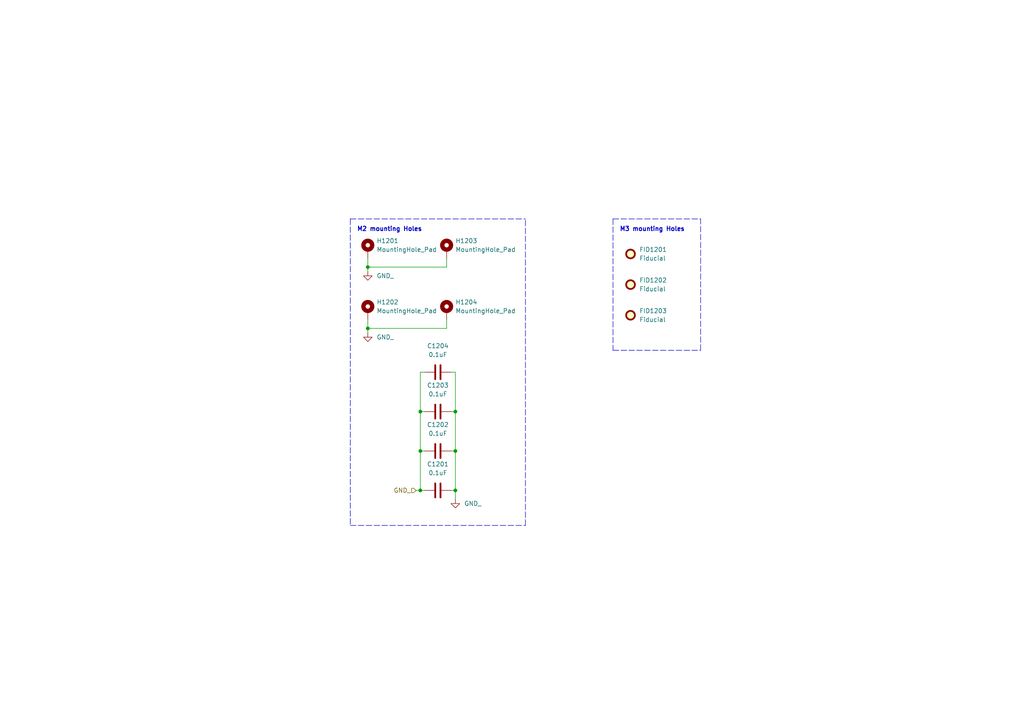
<source format=kicad_sch>
(kicad_sch
	(version 20250114)
	(generator "eeschema")
	(generator_version "9.0")
	(uuid "4fe266d9-038c-4ac4-8533-2a599fe4d84d")
	(paper "A4")
	(title_block
		(title "Power delivery Board")
		(date "2025-06-25")
		(rev "B")
		(comment 1 "the developed autonomous robot platform powered by LEGO Technic HUB and Rasberry Pi")
		(comment 2 "Design implemets a battery management system and power delivert for use with")
		(comment 3 "Distributed Open-source as: CC BY-SA 4.0")
	)
	(lib_symbols
		(symbol "Device:C"
			(pin_numbers
				(hide yes)
			)
			(pin_names
				(offset 0.254)
			)
			(exclude_from_sim no)
			(in_bom yes)
			(on_board yes)
			(property "Reference" "C"
				(at 0.635 2.54 0)
				(effects
					(font
						(size 1.27 1.27)
					)
					(justify left)
				)
			)
			(property "Value" "C"
				(at 0.635 -2.54 0)
				(effects
					(font
						(size 1.27 1.27)
					)
					(justify left)
				)
			)
			(property "Footprint" ""
				(at 0.9652 -3.81 0)
				(effects
					(font
						(size 1.27 1.27)
					)
					(hide yes)
				)
			)
			(property "Datasheet" "~"
				(at 0 0 0)
				(effects
					(font
						(size 1.27 1.27)
					)
					(hide yes)
				)
			)
			(property "Description" "Unpolarized capacitor"
				(at 0 0 0)
				(effects
					(font
						(size 1.27 1.27)
					)
					(hide yes)
				)
			)
			(property "ki_keywords" "cap capacitor"
				(at 0 0 0)
				(effects
					(font
						(size 1.27 1.27)
					)
					(hide yes)
				)
			)
			(property "ki_fp_filters" "C_*"
				(at 0 0 0)
				(effects
					(font
						(size 1.27 1.27)
					)
					(hide yes)
				)
			)
			(symbol "C_0_1"
				(polyline
					(pts
						(xy -2.032 0.762) (xy 2.032 0.762)
					)
					(stroke
						(width 0.508)
						(type default)
					)
					(fill
						(type none)
					)
				)
				(polyline
					(pts
						(xy -2.032 -0.762) (xy 2.032 -0.762)
					)
					(stroke
						(width 0.508)
						(type default)
					)
					(fill
						(type none)
					)
				)
			)
			(symbol "C_1_1"
				(pin passive line
					(at 0 3.81 270)
					(length 2.794)
					(name "~"
						(effects
							(font
								(size 1.27 1.27)
							)
						)
					)
					(number "1"
						(effects
							(font
								(size 1.27 1.27)
							)
						)
					)
				)
				(pin passive line
					(at 0 -3.81 90)
					(length 2.794)
					(name "~"
						(effects
							(font
								(size 1.27 1.27)
							)
						)
					)
					(number "2"
						(effects
							(font
								(size 1.27 1.27)
							)
						)
					)
				)
			)
			(embedded_fonts no)
		)
		(symbol "Mechanical:Fiducial"
			(exclude_from_sim no)
			(in_bom yes)
			(on_board yes)
			(property "Reference" "FID"
				(at 0 5.08 0)
				(effects
					(font
						(size 1.27 1.27)
					)
				)
			)
			(property "Value" "Fiducial"
				(at 0 3.175 0)
				(effects
					(font
						(size 1.27 1.27)
					)
				)
			)
			(property "Footprint" ""
				(at 0 0 0)
				(effects
					(font
						(size 1.27 1.27)
					)
					(hide yes)
				)
			)
			(property "Datasheet" "~"
				(at 0 0 0)
				(effects
					(font
						(size 1.27 1.27)
					)
					(hide yes)
				)
			)
			(property "Description" "Fiducial Marker"
				(at 0 0 0)
				(effects
					(font
						(size 1.27 1.27)
					)
					(hide yes)
				)
			)
			(property "ki_keywords" "fiducial marker"
				(at 0 0 0)
				(effects
					(font
						(size 1.27 1.27)
					)
					(hide yes)
				)
			)
			(property "ki_fp_filters" "Fiducial*"
				(at 0 0 0)
				(effects
					(font
						(size 1.27 1.27)
					)
					(hide yes)
				)
			)
			(symbol "Fiducial_0_1"
				(circle
					(center 0 0)
					(radius 1.27)
					(stroke
						(width 0.508)
						(type default)
					)
					(fill
						(type background)
					)
				)
			)
			(embedded_fonts no)
		)
		(symbol "Mechanical:MountingHole_Pad"
			(pin_numbers
				(hide yes)
			)
			(pin_names
				(offset 1.016)
				(hide yes)
			)
			(exclude_from_sim no)
			(in_bom yes)
			(on_board yes)
			(property "Reference" "H"
				(at 0 6.35 0)
				(effects
					(font
						(size 1.27 1.27)
					)
				)
			)
			(property "Value" "MountingHole_Pad"
				(at 0 4.445 0)
				(effects
					(font
						(size 1.27 1.27)
					)
				)
			)
			(property "Footprint" ""
				(at 0 0 0)
				(effects
					(font
						(size 1.27 1.27)
					)
					(hide yes)
				)
			)
			(property "Datasheet" "~"
				(at 0 0 0)
				(effects
					(font
						(size 1.27 1.27)
					)
					(hide yes)
				)
			)
			(property "Description" "Mounting Hole with connection"
				(at 0 0 0)
				(effects
					(font
						(size 1.27 1.27)
					)
					(hide yes)
				)
			)
			(property "ki_keywords" "mounting hole"
				(at 0 0 0)
				(effects
					(font
						(size 1.27 1.27)
					)
					(hide yes)
				)
			)
			(property "ki_fp_filters" "MountingHole*Pad*"
				(at 0 0 0)
				(effects
					(font
						(size 1.27 1.27)
					)
					(hide yes)
				)
			)
			(symbol "MountingHole_Pad_0_1"
				(circle
					(center 0 1.27)
					(radius 1.27)
					(stroke
						(width 1.27)
						(type default)
					)
					(fill
						(type none)
					)
				)
			)
			(symbol "MountingHole_Pad_1_1"
				(pin input line
					(at 0 -2.54 90)
					(length 2.54)
					(name "1"
						(effects
							(font
								(size 1.27 1.27)
							)
						)
					)
					(number "1"
						(effects
							(font
								(size 1.27 1.27)
							)
						)
					)
				)
			)
			(embedded_fonts no)
		)
		(symbol "power:GND"
			(power)
			(pin_names
				(offset 0)
			)
			(exclude_from_sim no)
			(in_bom yes)
			(on_board yes)
			(property "Reference" "#PWR"
				(at 0 -6.35 0)
				(effects
					(font
						(size 1.27 1.27)
					)
					(hide yes)
				)
			)
			(property "Value" "GND"
				(at 0 -3.81 0)
				(effects
					(font
						(size 1.27 1.27)
					)
				)
			)
			(property "Footprint" ""
				(at 0 0 0)
				(effects
					(font
						(size 1.27 1.27)
					)
					(hide yes)
				)
			)
			(property "Datasheet" ""
				(at 0 0 0)
				(effects
					(font
						(size 1.27 1.27)
					)
					(hide yes)
				)
			)
			(property "Description" "Power symbol creates a global label with name \"GND\" , ground"
				(at 0 0 0)
				(effects
					(font
						(size 1.27 1.27)
					)
					(hide yes)
				)
			)
			(property "ki_keywords" "power-flag"
				(at 0 0 0)
				(effects
					(font
						(size 1.27 1.27)
					)
					(hide yes)
				)
			)
			(symbol "GND_0_1"
				(polyline
					(pts
						(xy 0 0) (xy 0 -1.27) (xy 1.27 -1.27) (xy 0 -2.54) (xy -1.27 -1.27) (xy 0 -1.27)
					)
					(stroke
						(width 0)
						(type default)
					)
					(fill
						(type none)
					)
				)
			)
			(symbol "GND_1_1"
				(pin power_in line
					(at 0 0 270)
					(length 0)
					(hide yes)
					(name "GND"
						(effects
							(font
								(size 1.27 1.27)
							)
						)
					)
					(number "1"
						(effects
							(font
								(size 1.27 1.27)
							)
						)
					)
				)
			)
			(embedded_fonts no)
		)
	)
	(text "M2 mounting Holes"
		(exclude_from_sim no)
		(at 103.505 67.31 0)
		(effects
			(font
				(size 1.27 1.27)
				(bold yes)
			)
			(justify left bottom)
		)
		(uuid "04769892-df10-480e-8d20-7382676dadc1")
	)
	(text "M3 mounting Holes"
		(exclude_from_sim no)
		(at 179.705 67.31 0)
		(effects
			(font
				(size 1.27 1.27)
				(bold yes)
			)
			(justify left bottom)
		)
		(uuid "597fd047-2691-434c-9c7e-fb646d42cd84")
	)
	(junction
		(at 121.92 142.24)
		(diameter 0)
		(color 0 0 0 0)
		(uuid "00daf18d-3827-4ba2-a134-3bbacd8b189a")
	)
	(junction
		(at 106.68 77.47)
		(diameter 0)
		(color 0 0 0 0)
		(uuid "544045e6-d7a7-42b6-bd53-a154f3c3b55b")
	)
	(junction
		(at 132.08 130.81)
		(diameter 0)
		(color 0 0 0 0)
		(uuid "6cf66172-0042-44a0-978d-c43371a23197")
	)
	(junction
		(at 121.92 119.38)
		(diameter 0)
		(color 0 0 0 0)
		(uuid "893c762f-b4fd-409a-8686-be37075fb662")
	)
	(junction
		(at 106.68 95.25)
		(diameter 0)
		(color 0 0 0 0)
		(uuid "abbfe4d9-89ad-4b83-8c13-4bf049f098b3")
	)
	(junction
		(at 121.92 130.81)
		(diameter 0)
		(color 0 0 0 0)
		(uuid "b51761fa-6196-47f0-a9d8-193035a5fe0e")
	)
	(junction
		(at 132.08 142.24)
		(diameter 0)
		(color 0 0 0 0)
		(uuid "c194defc-2d1d-4bb6-82e9-e38a39442294")
	)
	(junction
		(at 132.08 119.38)
		(diameter 0)
		(color 0 0 0 0)
		(uuid "e192c707-5451-4595-b8e4-9c5b708048e6")
	)
	(wire
		(pts
			(xy 121.92 130.81) (xy 123.19 130.81)
		)
		(stroke
			(width 0)
			(type default)
		)
		(uuid "0172c85c-2a31-4bf7-b222-b70291bef26c")
	)
	(wire
		(pts
			(xy 106.68 77.47) (xy 129.54 77.47)
		)
		(stroke
			(width 0)
			(type default)
		)
		(uuid "0f9d6068-b462-47c2-91db-644f5782970e")
	)
	(wire
		(pts
			(xy 129.54 74.93) (xy 129.54 77.47)
		)
		(stroke
			(width 0)
			(type default)
		)
		(uuid "118f8ea7-9ba4-40bb-816b-e72a69622446")
	)
	(wire
		(pts
			(xy 132.08 142.24) (xy 132.08 130.81)
		)
		(stroke
			(width 0)
			(type default)
		)
		(uuid "119355b3-47de-4cd5-b846-4091efc3b252")
	)
	(wire
		(pts
			(xy 132.08 142.24) (xy 130.81 142.24)
		)
		(stroke
			(width 0)
			(type default)
		)
		(uuid "16244609-012f-48c7-b6c6-8a05530f3d84")
	)
	(polyline
		(pts
			(xy 177.8 63.5) (xy 203.2 63.5)
		)
		(stroke
			(width 0)
			(type dash)
		)
		(uuid "172d43b3-369b-4bca-a805-608cb45f2c3b")
	)
	(wire
		(pts
			(xy 132.08 142.24) (xy 132.08 144.78)
		)
		(stroke
			(width 0)
			(type default)
		)
		(uuid "29dd14b4-2f9e-473f-becd-d500628cab1a")
	)
	(wire
		(pts
			(xy 121.92 130.81) (xy 121.92 142.24)
		)
		(stroke
			(width 0)
			(type default)
		)
		(uuid "30d7e6c6-1c36-4497-8fbc-842e56d0f008")
	)
	(wire
		(pts
			(xy 120.65 142.24) (xy 121.92 142.24)
		)
		(stroke
			(width 0)
			(type default)
		)
		(uuid "31b9e68b-8c61-4cf6-a7c2-0604f202c2a9")
	)
	(wire
		(pts
			(xy 106.68 77.47) (xy 106.68 78.74)
		)
		(stroke
			(width 0)
			(type default)
		)
		(uuid "3c4bd0b6-2829-4b19-8a3b-afbd59d90d59")
	)
	(polyline
		(pts
			(xy 101.6 63.5) (xy 101.6 152.4)
		)
		(stroke
			(width 0)
			(type dash)
		)
		(uuid "42704fae-7016-472d-b2ff-986ea77ec110")
	)
	(wire
		(pts
			(xy 106.68 95.25) (xy 129.54 95.25)
		)
		(stroke
			(width 0)
			(type default)
		)
		(uuid "497c78f6-9074-4c9d-9524-bfced0455cbb")
	)
	(wire
		(pts
			(xy 132.08 119.38) (xy 132.08 107.95)
		)
		(stroke
			(width 0)
			(type default)
		)
		(uuid "4a8de660-0134-40a5-a6fe-a4b6f7bd0571")
	)
	(polyline
		(pts
			(xy 177.8 63.5) (xy 177.8 101.6)
		)
		(stroke
			(width 0)
			(type dash)
		)
		(uuid "4c0a2a8a-de39-4bef-b884-bbb4ec81f65b")
	)
	(wire
		(pts
			(xy 130.81 119.38) (xy 132.08 119.38)
		)
		(stroke
			(width 0)
			(type default)
		)
		(uuid "4d79e1f4-d4a3-432b-9840-34bdf7b265ae")
	)
	(wire
		(pts
			(xy 106.68 74.93) (xy 106.68 77.47)
		)
		(stroke
			(width 0)
			(type default)
		)
		(uuid "5bd5d864-4e4f-41a8-9fc7-47a134bfacf3")
	)
	(polyline
		(pts
			(xy 152.4 152.4) (xy 152.4 63.5)
		)
		(stroke
			(width 0)
			(type dash)
		)
		(uuid "5e0e4b91-cb04-4810-bc6d-d685be6b6ea1")
	)
	(wire
		(pts
			(xy 129.54 92.71) (xy 129.54 95.25)
		)
		(stroke
			(width 0)
			(type default)
		)
		(uuid "6031c52c-c634-4222-b5bb-319bf6c3f083")
	)
	(wire
		(pts
			(xy 121.92 119.38) (xy 121.92 130.81)
		)
		(stroke
			(width 0)
			(type default)
		)
		(uuid "74bae422-6c2e-4d71-8626-cb3a710016d4")
	)
	(polyline
		(pts
			(xy 177.8 101.6) (xy 203.2 101.6)
		)
		(stroke
			(width 0)
			(type dash)
		)
		(uuid "87a501b9-1261-40b4-999c-c6e05324df6b")
	)
	(wire
		(pts
			(xy 121.92 107.95) (xy 121.92 119.38)
		)
		(stroke
			(width 0)
			(type default)
		)
		(uuid "8e94da2e-ddfc-4dfb-ac56-24e00568611e")
	)
	(wire
		(pts
			(xy 106.68 95.25) (xy 106.68 96.52)
		)
		(stroke
			(width 0)
			(type default)
		)
		(uuid "8fd0fdc2-0c05-4a1d-bb2e-e8a12e6f6544")
	)
	(wire
		(pts
			(xy 123.19 107.95) (xy 121.92 107.95)
		)
		(stroke
			(width 0)
			(type default)
		)
		(uuid "a730124d-331f-4839-9d8b-66e091d9b632")
	)
	(polyline
		(pts
			(xy 101.6 63.5) (xy 152.4 63.5)
		)
		(stroke
			(width 0)
			(type dash)
		)
		(uuid "a8575ef8-3d0f-45fa-8156-2c0e6bf5b9b0")
	)
	(polyline
		(pts
			(xy 203.2 101.6) (xy 203.2 63.5)
		)
		(stroke
			(width 0)
			(type dash)
		)
		(uuid "b23ad350-4f4c-464c-8139-86c7be8b4b04")
	)
	(wire
		(pts
			(xy 121.92 119.38) (xy 123.19 119.38)
		)
		(stroke
			(width 0)
			(type default)
		)
		(uuid "b389db63-6cb4-419e-a501-c8e5903de109")
	)
	(wire
		(pts
			(xy 121.92 142.24) (xy 123.19 142.24)
		)
		(stroke
			(width 0)
			(type default)
		)
		(uuid "c8999991-00b4-4db2-a5ff-4ce09dddc262")
	)
	(wire
		(pts
			(xy 106.68 92.71) (xy 106.68 95.25)
		)
		(stroke
			(width 0)
			(type default)
		)
		(uuid "cb417a21-c343-4e3b-b009-a4fd17c425f2")
	)
	(wire
		(pts
			(xy 132.08 130.81) (xy 132.08 119.38)
		)
		(stroke
			(width 0)
			(type default)
		)
		(uuid "d90130ab-fd46-489e-8858-a0d62cdd29a5")
	)
	(wire
		(pts
			(xy 132.08 107.95) (xy 130.81 107.95)
		)
		(stroke
			(width 0)
			(type default)
		)
		(uuid "f4115b19-176b-482e-8b36-7ca78cc431b1")
	)
	(polyline
		(pts
			(xy 101.6 152.4) (xy 152.4 152.4)
		)
		(stroke
			(width 0)
			(type dash)
		)
		(uuid "f69ff9d9-aebd-4799-8401-88643419be18")
	)
	(wire
		(pts
			(xy 130.81 130.81) (xy 132.08 130.81)
		)
		(stroke
			(width 0)
			(type default)
		)
		(uuid "fb3fb5d1-06a3-41a0-86a9-789f463763d0")
	)
	(hierarchical_label "GND_${SHEETNAME}"
		(shape input)
		(at 120.65 142.24 180)
		(effects
			(font
				(size 1.27 1.27)
			)
			(justify right)
		)
		(uuid "8023b353-4404-41fd-870b-621e51c98e71")
	)
	(symbol
		(lib_id "Mechanical:MountingHole_Pad")
		(at 106.68 72.39 0)
		(unit 1)
		(exclude_from_sim no)
		(in_bom yes)
		(on_board yes)
		(dnp no)
		(fields_autoplaced yes)
		(uuid "0166e9e0-3446-4d8e-b06e-907b1cbddd1c")
		(property "Reference" "H1201"
			(at 109.22 69.8499 0)
			(effects
				(font
					(size 1.27 1.27)
				)
				(justify left)
			)
		)
		(property "Value" "MountingHole_Pad"
			(at 109.22 72.3899 0)
			(effects
				(font
					(size 1.27 1.27)
				)
				(justify left)
			)
		)
		(property "Footprint" "MountingHole:MountingHole_2.2mm_M2_Pad_Via"
			(at 106.68 72.39 0)
			(effects
				(font
					(size 1.27 1.27)
				)
				(hide yes)
			)
		)
		(property "Datasheet" "~"
			(at 106.68 72.39 0)
			(effects
				(font
					(size 1.27 1.27)
				)
				(hide yes)
			)
		)
		(property "Description" ""
			(at 106.68 72.39 0)
			(effects
				(font
					(size 1.27 1.27)
				)
				(hide yes)
			)
		)
		(property "AVAILABILITY" ""
			(at 106.68 72.39 0)
			(effects
				(font
					(size 1.27 1.27)
				)
			)
		)
		(property "DATASHEET-URL" ""
			(at 106.68 72.39 0)
			(effects
				(font
					(size 1.27 1.27)
				)
			)
		)
		(property "DESCRIPTION" ""
			(at 106.68 72.39 0)
			(effects
				(font
					(size 1.27 1.27)
				)
			)
		)
		(property "DIGI-KEY_PART_NUMBER" ""
			(at 106.68 72.39 0)
			(effects
				(font
					(size 1.27 1.27)
				)
			)
		)
		(property "DIGI-KEY_PURCHASE_URL" ""
			(at 106.68 72.39 0)
			(effects
				(font
					(size 1.27 1.27)
				)
			)
		)
		(property "IR-UL" ""
			(at 106.68 72.39 0)
			(effects
				(font
					(size 1.27 1.27)
				)
			)
		)
		(property "MOUNT" ""
			(at 106.68 72.39 0)
			(effects
				(font
					(size 1.27 1.27)
				)
			)
		)
		(property "PACKAGE" ""
			(at 106.68 72.39 0)
			(effects
				(font
					(size 1.27 1.27)
				)
			)
		)
		(property "PART-NUMBER" ""
			(at 106.68 72.39 0)
			(effects
				(font
					(size 1.27 1.27)
				)
			)
		)
		(property "PINS" ""
			(at 106.68 72.39 0)
			(effects
				(font
					(size 1.27 1.27)
				)
			)
		)
		(property "PITCH" ""
			(at 106.68 72.39 0)
			(effects
				(font
					(size 1.27 1.27)
				)
			)
		)
		(property "PRICE" ""
			(at 106.68 72.39 0)
			(effects
				(font
					(size 1.27 1.27)
				)
			)
		)
		(property "PURCHASE-URL" ""
			(at 106.68 72.39 0)
			(effects
				(font
					(size 1.27 1.27)
				)
			)
		)
		(property "Purchase-URL" ""
			(at 106.68 72.39 0)
			(effects
				(font
					(size 1.27 1.27)
				)
			)
		)
		(property "Specifications" ""
			(at 106.68 72.39 0)
			(effects
				(font
					(size 1.27 1.27)
				)
			)
		)
		(property "TYPE" ""
			(at 106.68 72.39 0)
			(effects
				(font
					(size 1.27 1.27)
				)
			)
		)
		(property "VALUE" ""
			(at 106.68 72.39 0)
			(effects
				(font
					(size 1.27 1.27)
				)
			)
		)
		(property "WIRE" ""
			(at 106.68 72.39 0)
			(effects
				(font
					(size 1.27 1.27)
				)
			)
		)
		(property "WORKING-VOLTAGE-UL" ""
			(at 106.68 72.39 0)
			(effects
				(font
					(size 1.27 1.27)
				)
			)
		)
		(pin "1"
			(uuid "211fd1f2-a149-4a2c-b0a8-f85515b9dbaa")
		)
		(instances
			(project "ROSCM4"
				(path "/383a69bc-2dc9-4445-8213-92315a13784a/141bcc62-cd54-40dc-884e-e87fb0c602a6"
					(reference "H1201")
					(unit 1)
				)
			)
		)
	)
	(symbol
		(lib_id "Device:C")
		(at 127 130.81 90)
		(unit 1)
		(exclude_from_sim no)
		(in_bom yes)
		(on_board yes)
		(dnp no)
		(fields_autoplaced yes)
		(uuid "030b7d7b-d865-4c45-bdb6-6ee7746ce930")
		(property "Reference" "C1202"
			(at 127 123.19 90)
			(effects
				(font
					(size 1.27 1.27)
				)
			)
		)
		(property "Value" "0.1uF"
			(at 127 125.73 90)
			(effects
				(font
					(size 1.27 1.27)
				)
			)
		)
		(property "Footprint" "Capacitor_SMD:C_0402_1005Metric"
			(at 130.81 129.8448 0)
			(effects
				(font
					(size 1.27 1.27)
				)
				(hide yes)
			)
		)
		(property "Datasheet" "~"
			(at 127 130.81 0)
			(effects
				(font
					(size 1.27 1.27)
				)
				(hide yes)
			)
		)
		(property "Description" ""
			(at 127 130.81 0)
			(effects
				(font
					(size 1.27 1.27)
				)
				(hide yes)
			)
		)
		(property "AVAILABILITY" ""
			(at 127 130.81 0)
			(effects
				(font
					(size 1.27 1.27)
				)
			)
		)
		(property "DATASHEET-URL" ""
			(at 127 130.81 0)
			(effects
				(font
					(size 1.27 1.27)
				)
			)
		)
		(property "DESCRIPTION" ""
			(at 127 130.81 0)
			(effects
				(font
					(size 1.27 1.27)
				)
			)
		)
		(property "DIGI-KEY_PART_NUMBER" ""
			(at 127 130.81 0)
			(effects
				(font
					(size 1.27 1.27)
				)
			)
		)
		(property "DIGI-KEY_PURCHASE_URL" ""
			(at 127 130.81 0)
			(effects
				(font
					(size 1.27 1.27)
				)
			)
		)
		(property "IR-UL" ""
			(at 127 130.81 0)
			(effects
				(font
					(size 1.27 1.27)
				)
			)
		)
		(property "MOUNT" ""
			(at 127 130.81 0)
			(effects
				(font
					(size 1.27 1.27)
				)
			)
		)
		(property "PACKAGE" ""
			(at 127 130.81 0)
			(effects
				(font
					(size 1.27 1.27)
				)
			)
		)
		(property "PART-NUMBER" ""
			(at 127 130.81 0)
			(effects
				(font
					(size 1.27 1.27)
				)
			)
		)
		(property "PINS" ""
			(at 127 130.81 0)
			(effects
				(font
					(size 1.27 1.27)
				)
			)
		)
		(property "PITCH" ""
			(at 127 130.81 0)
			(effects
				(font
					(size 1.27 1.27)
				)
			)
		)
		(property "PRICE" ""
			(at 127 130.81 0)
			(effects
				(font
					(size 1.27 1.27)
				)
			)
		)
		(property "PURCHASE-URL" ""
			(at 127 130.81 0)
			(effects
				(font
					(size 1.27 1.27)
				)
			)
		)
		(property "Purchase-URL" ""
			(at 127 130.81 0)
			(effects
				(font
					(size 1.27 1.27)
				)
			)
		)
		(property "Specifications" ""
			(at 127 130.81 0)
			(effects
				(font
					(size 1.27 1.27)
				)
			)
		)
		(property "TYPE" ""
			(at 127 130.81 0)
			(effects
				(font
					(size 1.27 1.27)
				)
			)
		)
		(property "VALUE" ""
			(at 127 130.81 0)
			(effects
				(font
					(size 1.27 1.27)
				)
			)
		)
		(property "WIRE" ""
			(at 127 130.81 0)
			(effects
				(font
					(size 1.27 1.27)
				)
			)
		)
		(property "WORKING-VOLTAGE-UL" ""
			(at 127 130.81 0)
			(effects
				(font
					(size 1.27 1.27)
				)
			)
		)
		(pin "1"
			(uuid "11bde10e-3c52-4f5a-be2b-c25e93cfc9ed")
		)
		(pin "2"
			(uuid "f6d4cb42-3ace-4ce8-8090-71e31d4e807c")
		)
		(instances
			(project "ROSCM4"
				(path "/383a69bc-2dc9-4445-8213-92315a13784a/141bcc62-cd54-40dc-884e-e87fb0c602a6"
					(reference "C1202")
					(unit 1)
				)
			)
		)
	)
	(symbol
		(lib_id "power:GND")
		(at 106.68 96.52 0)
		(unit 1)
		(exclude_from_sim no)
		(in_bom yes)
		(on_board yes)
		(dnp no)
		(fields_autoplaced yes)
		(uuid "0fe99031-dca4-4f20-a723-8775c8419567")
		(property "Reference" "#PWR01202"
			(at 106.68 102.87 0)
			(effects
				(font
					(size 1.27 1.27)
				)
				(hide yes)
			)
		)
		(property "Value" "GND_${SHEETNAME}"
			(at 109.22 97.7899 0)
			(effects
				(font
					(size 1.27 1.27)
				)
				(justify left)
			)
		)
		(property "Footprint" ""
			(at 106.68 96.52 0)
			(effects
				(font
					(size 1.27 1.27)
				)
				(hide yes)
			)
		)
		(property "Datasheet" ""
			(at 106.68 96.52 0)
			(effects
				(font
					(size 1.27 1.27)
				)
				(hide yes)
			)
		)
		(property "Description" ""
			(at 106.68 96.52 0)
			(effects
				(font
					(size 1.27 1.27)
				)
				(hide yes)
			)
		)
		(pin "1"
			(uuid "386ea0b6-fbde-47f3-9aec-0c1ce79a7eba")
		)
		(instances
			(project "ROSCM4"
				(path "/383a69bc-2dc9-4445-8213-92315a13784a/141bcc62-cd54-40dc-884e-e87fb0c602a6"
					(reference "#PWR01202")
					(unit 1)
				)
			)
		)
	)
	(symbol
		(lib_id "Device:C")
		(at 127 142.24 90)
		(unit 1)
		(exclude_from_sim no)
		(in_bom yes)
		(on_board yes)
		(dnp no)
		(fields_autoplaced yes)
		(uuid "2296a6f6-6e0a-4427-b466-316803f4aaa7")
		(property "Reference" "C1201"
			(at 127 134.62 90)
			(effects
				(font
					(size 1.27 1.27)
				)
			)
		)
		(property "Value" "0.1uF"
			(at 127 137.16 90)
			(effects
				(font
					(size 1.27 1.27)
				)
			)
		)
		(property "Footprint" "Capacitor_SMD:C_0402_1005Metric"
			(at 130.81 141.2748 0)
			(effects
				(font
					(size 1.27 1.27)
				)
				(hide yes)
			)
		)
		(property "Datasheet" "~"
			(at 127 142.24 0)
			(effects
				(font
					(size 1.27 1.27)
				)
				(hide yes)
			)
		)
		(property "Description" ""
			(at 127 142.24 0)
			(effects
				(font
					(size 1.27 1.27)
				)
				(hide yes)
			)
		)
		(property "AVAILABILITY" ""
			(at 127 142.24 0)
			(effects
				(font
					(size 1.27 1.27)
				)
			)
		)
		(property "DATASHEET-URL" ""
			(at 127 142.24 0)
			(effects
				(font
					(size 1.27 1.27)
				)
			)
		)
		(property "DESCRIPTION" ""
			(at 127 142.24 0)
			(effects
				(font
					(size 1.27 1.27)
				)
			)
		)
		(property "DIGI-KEY_PART_NUMBER" ""
			(at 127 142.24 0)
			(effects
				(font
					(size 1.27 1.27)
				)
			)
		)
		(property "DIGI-KEY_PURCHASE_URL" ""
			(at 127 142.24 0)
			(effects
				(font
					(size 1.27 1.27)
				)
			)
		)
		(property "IR-UL" ""
			(at 127 142.24 0)
			(effects
				(font
					(size 1.27 1.27)
				)
			)
		)
		(property "MOUNT" ""
			(at 127 142.24 0)
			(effects
				(font
					(size 1.27 1.27)
				)
			)
		)
		(property "PACKAGE" ""
			(at 127 142.24 0)
			(effects
				(font
					(size 1.27 1.27)
				)
			)
		)
		(property "PART-NUMBER" ""
			(at 127 142.24 0)
			(effects
				(font
					(size 1.27 1.27)
				)
			)
		)
		(property "PINS" ""
			(at 127 142.24 0)
			(effects
				(font
					(size 1.27 1.27)
				)
			)
		)
		(property "PITCH" ""
			(at 127 142.24 0)
			(effects
				(font
					(size 1.27 1.27)
				)
			)
		)
		(property "PRICE" ""
			(at 127 142.24 0)
			(effects
				(font
					(size 1.27 1.27)
				)
			)
		)
		(property "PURCHASE-URL" ""
			(at 127 142.24 0)
			(effects
				(font
					(size 1.27 1.27)
				)
			)
		)
		(property "Purchase-URL" ""
			(at 127 142.24 0)
			(effects
				(font
					(size 1.27 1.27)
				)
			)
		)
		(property "Specifications" ""
			(at 127 142.24 0)
			(effects
				(font
					(size 1.27 1.27)
				)
			)
		)
		(property "TYPE" ""
			(at 127 142.24 0)
			(effects
				(font
					(size 1.27 1.27)
				)
			)
		)
		(property "VALUE" ""
			(at 127 142.24 0)
			(effects
				(font
					(size 1.27 1.27)
				)
			)
		)
		(property "WIRE" ""
			(at 127 142.24 0)
			(effects
				(font
					(size 1.27 1.27)
				)
			)
		)
		(property "WORKING-VOLTAGE-UL" ""
			(at 127 142.24 0)
			(effects
				(font
					(size 1.27 1.27)
				)
			)
		)
		(pin "1"
			(uuid "6bf9da86-2679-49f9-b35d-f43089e7dc2e")
		)
		(pin "2"
			(uuid "6b9ef780-2e77-4a2e-818a-1c5eba8bc43b")
		)
		(instances
			(project "ROSCM4"
				(path "/383a69bc-2dc9-4445-8213-92315a13784a/141bcc62-cd54-40dc-884e-e87fb0c602a6"
					(reference "C1201")
					(unit 1)
				)
			)
		)
	)
	(symbol
		(lib_id "power:GND")
		(at 132.08 144.78 0)
		(unit 1)
		(exclude_from_sim no)
		(in_bom yes)
		(on_board yes)
		(dnp no)
		(fields_autoplaced yes)
		(uuid "2ba2ce03-2236-482f-947a-9129f587adb8")
		(property "Reference" "#PWR01203"
			(at 132.08 151.13 0)
			(effects
				(font
					(size 1.27 1.27)
				)
				(hide yes)
			)
		)
		(property "Value" "GND_${SHEETNAME}"
			(at 134.62 146.0499 0)
			(effects
				(font
					(size 1.27 1.27)
				)
				(justify left)
			)
		)
		(property "Footprint" ""
			(at 132.08 144.78 0)
			(effects
				(font
					(size 1.27 1.27)
				)
				(hide yes)
			)
		)
		(property "Datasheet" ""
			(at 132.08 144.78 0)
			(effects
				(font
					(size 1.27 1.27)
				)
				(hide yes)
			)
		)
		(property "Description" ""
			(at 132.08 144.78 0)
			(effects
				(font
					(size 1.27 1.27)
				)
				(hide yes)
			)
		)
		(pin "1"
			(uuid "030ccd57-6cd9-4f9c-8846-61d2d5adf261")
		)
		(instances
			(project "ROSCM4"
				(path "/383a69bc-2dc9-4445-8213-92315a13784a/141bcc62-cd54-40dc-884e-e87fb0c602a6"
					(reference "#PWR01203")
					(unit 1)
				)
			)
		)
	)
	(symbol
		(lib_id "Mechanical:Fiducial")
		(at 182.88 73.66 0)
		(unit 1)
		(exclude_from_sim no)
		(in_bom yes)
		(on_board yes)
		(dnp no)
		(fields_autoplaced yes)
		(uuid "32852778-3dd0-4d2f-b98d-c829d02c1597")
		(property "Reference" "FID1201"
			(at 185.42 72.3899 0)
			(effects
				(font
					(size 1.27 1.27)
				)
				(justify left)
			)
		)
		(property "Value" "Fiducial"
			(at 185.42 74.9299 0)
			(effects
				(font
					(size 1.27 1.27)
				)
				(justify left)
			)
		)
		(property "Footprint" "Fiducial:Fiducial_1mm_Mask2mm"
			(at 182.88 73.66 0)
			(effects
				(font
					(size 1.27 1.27)
				)
				(hide yes)
			)
		)
		(property "Datasheet" "~"
			(at 182.88 73.66 0)
			(effects
				(font
					(size 1.27 1.27)
				)
				(hide yes)
			)
		)
		(property "Description" "Fiducial Marker"
			(at 182.88 73.66 0)
			(effects
				(font
					(size 1.27 1.27)
				)
				(hide yes)
			)
		)
		(property "AVAILABILITY" ""
			(at 182.88 73.66 0)
			(effects
				(font
					(size 1.27 1.27)
				)
			)
		)
		(property "DATASHEET-URL" ""
			(at 182.88 73.66 0)
			(effects
				(font
					(size 1.27 1.27)
				)
			)
		)
		(property "DESCRIPTION" ""
			(at 182.88 73.66 0)
			(effects
				(font
					(size 1.27 1.27)
				)
			)
		)
		(property "DIGI-KEY_PART_NUMBER" ""
			(at 182.88 73.66 0)
			(effects
				(font
					(size 1.27 1.27)
				)
			)
		)
		(property "DIGI-KEY_PURCHASE_URL" ""
			(at 182.88 73.66 0)
			(effects
				(font
					(size 1.27 1.27)
				)
			)
		)
		(property "IR-UL" ""
			(at 182.88 73.66 0)
			(effects
				(font
					(size 1.27 1.27)
				)
			)
		)
		(property "MOUNT" ""
			(at 182.88 73.66 0)
			(effects
				(font
					(size 1.27 1.27)
				)
			)
		)
		(property "PACKAGE" ""
			(at 182.88 73.66 0)
			(effects
				(font
					(size 1.27 1.27)
				)
			)
		)
		(property "PART-NUMBER" ""
			(at 182.88 73.66 0)
			(effects
				(font
					(size 1.27 1.27)
				)
			)
		)
		(property "PINS" ""
			(at 182.88 73.66 0)
			(effects
				(font
					(size 1.27 1.27)
				)
			)
		)
		(property "PITCH" ""
			(at 182.88 73.66 0)
			(effects
				(font
					(size 1.27 1.27)
				)
			)
		)
		(property "PRICE" ""
			(at 182.88 73.66 0)
			(effects
				(font
					(size 1.27 1.27)
				)
			)
		)
		(property "PURCHASE-URL" ""
			(at 182.88 73.66 0)
			(effects
				(font
					(size 1.27 1.27)
				)
			)
		)
		(property "Purchase-URL" ""
			(at 182.88 73.66 0)
			(effects
				(font
					(size 1.27 1.27)
				)
			)
		)
		(property "Specifications" ""
			(at 182.88 73.66 0)
			(effects
				(font
					(size 1.27 1.27)
				)
			)
		)
		(property "TYPE" ""
			(at 182.88 73.66 0)
			(effects
				(font
					(size 1.27 1.27)
				)
			)
		)
		(property "VALUE" ""
			(at 182.88 73.66 0)
			(effects
				(font
					(size 1.27 1.27)
				)
			)
		)
		(property "WIRE" ""
			(at 182.88 73.66 0)
			(effects
				(font
					(size 1.27 1.27)
				)
			)
		)
		(property "WORKING-VOLTAGE-UL" ""
			(at 182.88 73.66 0)
			(effects
				(font
					(size 1.27 1.27)
				)
			)
		)
		(instances
			(project "ROSCM4"
				(path "/383a69bc-2dc9-4445-8213-92315a13784a/141bcc62-cd54-40dc-884e-e87fb0c602a6"
					(reference "FID1201")
					(unit 1)
				)
			)
		)
	)
	(symbol
		(lib_id "Mechanical:MountingHole_Pad")
		(at 129.54 90.17 0)
		(unit 1)
		(exclude_from_sim no)
		(in_bom yes)
		(on_board yes)
		(dnp no)
		(fields_autoplaced yes)
		(uuid "438d5af2-3e04-4fd9-93df-9c27264eb755")
		(property "Reference" "H1204"
			(at 132.08 87.6299 0)
			(effects
				(font
					(size 1.27 1.27)
				)
				(justify left)
			)
		)
		(property "Value" "MountingHole_Pad"
			(at 132.08 90.1699 0)
			(effects
				(font
					(size 1.27 1.27)
				)
				(justify left)
			)
		)
		(property "Footprint" "MountingHole:MountingHole_2.2mm_M2_Pad_Via"
			(at 129.54 90.17 0)
			(effects
				(font
					(size 1.27 1.27)
				)
				(hide yes)
			)
		)
		(property "Datasheet" "~"
			(at 129.54 90.17 0)
			(effects
				(font
					(size 1.27 1.27)
				)
				(hide yes)
			)
		)
		(property "Description" ""
			(at 129.54 90.17 0)
			(effects
				(font
					(size 1.27 1.27)
				)
				(hide yes)
			)
		)
		(property "AVAILABILITY" ""
			(at 129.54 90.17 0)
			(effects
				(font
					(size 1.27 1.27)
				)
			)
		)
		(property "DATASHEET-URL" ""
			(at 129.54 90.17 0)
			(effects
				(font
					(size 1.27 1.27)
				)
			)
		)
		(property "DESCRIPTION" ""
			(at 129.54 90.17 0)
			(effects
				(font
					(size 1.27 1.27)
				)
			)
		)
		(property "DIGI-KEY_PART_NUMBER" ""
			(at 129.54 90.17 0)
			(effects
				(font
					(size 1.27 1.27)
				)
			)
		)
		(property "DIGI-KEY_PURCHASE_URL" ""
			(at 129.54 90.17 0)
			(effects
				(font
					(size 1.27 1.27)
				)
			)
		)
		(property "IR-UL" ""
			(at 129.54 90.17 0)
			(effects
				(font
					(size 1.27 1.27)
				)
			)
		)
		(property "MOUNT" ""
			(at 129.54 90.17 0)
			(effects
				(font
					(size 1.27 1.27)
				)
			)
		)
		(property "PACKAGE" ""
			(at 129.54 90.17 0)
			(effects
				(font
					(size 1.27 1.27)
				)
			)
		)
		(property "PART-NUMBER" ""
			(at 129.54 90.17 0)
			(effects
				(font
					(size 1.27 1.27)
				)
			)
		)
		(property "PINS" ""
			(at 129.54 90.17 0)
			(effects
				(font
					(size 1.27 1.27)
				)
			)
		)
		(property "PITCH" ""
			(at 129.54 90.17 0)
			(effects
				(font
					(size 1.27 1.27)
				)
			)
		)
		(property "PRICE" ""
			(at 129.54 90.17 0)
			(effects
				(font
					(size 1.27 1.27)
				)
			)
		)
		(property "PURCHASE-URL" ""
			(at 129.54 90.17 0)
			(effects
				(font
					(size 1.27 1.27)
				)
			)
		)
		(property "Purchase-URL" ""
			(at 129.54 90.17 0)
			(effects
				(font
					(size 1.27 1.27)
				)
			)
		)
		(property "Specifications" ""
			(at 129.54 90.17 0)
			(effects
				(font
					(size 1.27 1.27)
				)
			)
		)
		(property "TYPE" ""
			(at 129.54 90.17 0)
			(effects
				(font
					(size 1.27 1.27)
				)
			)
		)
		(property "VALUE" ""
			(at 129.54 90.17 0)
			(effects
				(font
					(size 1.27 1.27)
				)
			)
		)
		(property "WIRE" ""
			(at 129.54 90.17 0)
			(effects
				(font
					(size 1.27 1.27)
				)
			)
		)
		(property "WORKING-VOLTAGE-UL" ""
			(at 129.54 90.17 0)
			(effects
				(font
					(size 1.27 1.27)
				)
			)
		)
		(pin "1"
			(uuid "bfc7c956-730c-429c-b661-c8abce875ec6")
		)
		(instances
			(project "ROSCM4"
				(path "/383a69bc-2dc9-4445-8213-92315a13784a/141bcc62-cd54-40dc-884e-e87fb0c602a6"
					(reference "H1204")
					(unit 1)
				)
			)
		)
	)
	(symbol
		(lib_id "Mechanical:Fiducial")
		(at 182.88 91.44 0)
		(unit 1)
		(exclude_from_sim no)
		(in_bom yes)
		(on_board yes)
		(dnp no)
		(fields_autoplaced yes)
		(uuid "4a9f071c-6ce7-4207-86b8-69dfb48ab499")
		(property "Reference" "FID1203"
			(at 185.42 90.1699 0)
			(effects
				(font
					(size 1.27 1.27)
				)
				(justify left)
			)
		)
		(property "Value" "Fiducial"
			(at 185.42 92.7099 0)
			(effects
				(font
					(size 1.27 1.27)
				)
				(justify left)
			)
		)
		(property "Footprint" "Fiducial:Fiducial_1mm_Mask2mm"
			(at 182.88 91.44 0)
			(effects
				(font
					(size 1.27 1.27)
				)
				(hide yes)
			)
		)
		(property "Datasheet" "~"
			(at 182.88 91.44 0)
			(effects
				(font
					(size 1.27 1.27)
				)
				(hide yes)
			)
		)
		(property "Description" "Fiducial Marker"
			(at 182.88 91.44 0)
			(effects
				(font
					(size 1.27 1.27)
				)
				(hide yes)
			)
		)
		(property "AVAILABILITY" ""
			(at 182.88 91.44 0)
			(effects
				(font
					(size 1.27 1.27)
				)
			)
		)
		(property "DATASHEET-URL" ""
			(at 182.88 91.44 0)
			(effects
				(font
					(size 1.27 1.27)
				)
			)
		)
		(property "DESCRIPTION" ""
			(at 182.88 91.44 0)
			(effects
				(font
					(size 1.27 1.27)
				)
			)
		)
		(property "DIGI-KEY_PART_NUMBER" ""
			(at 182.88 91.44 0)
			(effects
				(font
					(size 1.27 1.27)
				)
			)
		)
		(property "DIGI-KEY_PURCHASE_URL" ""
			(at 182.88 91.44 0)
			(effects
				(font
					(size 1.27 1.27)
				)
			)
		)
		(property "IR-UL" ""
			(at 182.88 91.44 0)
			(effects
				(font
					(size 1.27 1.27)
				)
			)
		)
		(property "MOUNT" ""
			(at 182.88 91.44 0)
			(effects
				(font
					(size 1.27 1.27)
				)
			)
		)
		(property "PACKAGE" ""
			(at 182.88 91.44 0)
			(effects
				(font
					(size 1.27 1.27)
				)
			)
		)
		(property "PART-NUMBER" ""
			(at 182.88 91.44 0)
			(effects
				(font
					(size 1.27 1.27)
				)
			)
		)
		(property "PINS" ""
			(at 182.88 91.44 0)
			(effects
				(font
					(size 1.27 1.27)
				)
			)
		)
		(property "PITCH" ""
			(at 182.88 91.44 0)
			(effects
				(font
					(size 1.27 1.27)
				)
			)
		)
		(property "PRICE" ""
			(at 182.88 91.44 0)
			(effects
				(font
					(size 1.27 1.27)
				)
			)
		)
		(property "PURCHASE-URL" ""
			(at 182.88 91.44 0)
			(effects
				(font
					(size 1.27 1.27)
				)
			)
		)
		(property "Purchase-URL" ""
			(at 182.88 91.44 0)
			(effects
				(font
					(size 1.27 1.27)
				)
			)
		)
		(property "Specifications" ""
			(at 182.88 91.44 0)
			(effects
				(font
					(size 1.27 1.27)
				)
			)
		)
		(property "TYPE" ""
			(at 182.88 91.44 0)
			(effects
				(font
					(size 1.27 1.27)
				)
			)
		)
		(property "VALUE" ""
			(at 182.88 91.44 0)
			(effects
				(font
					(size 1.27 1.27)
				)
			)
		)
		(property "WIRE" ""
			(at 182.88 91.44 0)
			(effects
				(font
					(size 1.27 1.27)
				)
			)
		)
		(property "WORKING-VOLTAGE-UL" ""
			(at 182.88 91.44 0)
			(effects
				(font
					(size 1.27 1.27)
				)
			)
		)
		(instances
			(project "ROSCM4"
				(path "/383a69bc-2dc9-4445-8213-92315a13784a/141bcc62-cd54-40dc-884e-e87fb0c602a6"
					(reference "FID1203")
					(unit 1)
				)
			)
		)
	)
	(symbol
		(lib_id "Device:C")
		(at 127 119.38 90)
		(unit 1)
		(exclude_from_sim no)
		(in_bom yes)
		(on_board yes)
		(dnp no)
		(fields_autoplaced yes)
		(uuid "4fbafce7-0f31-4abb-8d80-0758c603d8b9")
		(property "Reference" "C1203"
			(at 127 111.76 90)
			(effects
				(font
					(size 1.27 1.27)
				)
			)
		)
		(property "Value" "0.1uF"
			(at 127 114.3 90)
			(effects
				(font
					(size 1.27 1.27)
				)
			)
		)
		(property "Footprint" "Capacitor_SMD:C_0402_1005Metric"
			(at 130.81 118.4148 0)
			(effects
				(font
					(size 1.27 1.27)
				)
				(hide yes)
			)
		)
		(property "Datasheet" "~"
			(at 127 119.38 0)
			(effects
				(font
					(size 1.27 1.27)
				)
				(hide yes)
			)
		)
		(property "Description" ""
			(at 127 119.38 0)
			(effects
				(font
					(size 1.27 1.27)
				)
				(hide yes)
			)
		)
		(property "AVAILABILITY" ""
			(at 127 119.38 0)
			(effects
				(font
					(size 1.27 1.27)
				)
			)
		)
		(property "DATASHEET-URL" ""
			(at 127 119.38 0)
			(effects
				(font
					(size 1.27 1.27)
				)
			)
		)
		(property "DESCRIPTION" ""
			(at 127 119.38 0)
			(effects
				(font
					(size 1.27 1.27)
				)
			)
		)
		(property "DIGI-KEY_PART_NUMBER" ""
			(at 127 119.38 0)
			(effects
				(font
					(size 1.27 1.27)
				)
			)
		)
		(property "DIGI-KEY_PURCHASE_URL" ""
			(at 127 119.38 0)
			(effects
				(font
					(size 1.27 1.27)
				)
			)
		)
		(property "IR-UL" ""
			(at 127 119.38 0)
			(effects
				(font
					(size 1.27 1.27)
				)
			)
		)
		(property "MOUNT" ""
			(at 127 119.38 0)
			(effects
				(font
					(size 1.27 1.27)
				)
			)
		)
		(property "PACKAGE" ""
			(at 127 119.38 0)
			(effects
				(font
					(size 1.27 1.27)
				)
			)
		)
		(property "PART-NUMBER" ""
			(at 127 119.38 0)
			(effects
				(font
					(size 1.27 1.27)
				)
			)
		)
		(property "PINS" ""
			(at 127 119.38 0)
			(effects
				(font
					(size 1.27 1.27)
				)
			)
		)
		(property "PITCH" ""
			(at 127 119.38 0)
			(effects
				(font
					(size 1.27 1.27)
				)
			)
		)
		(property "PRICE" ""
			(at 127 119.38 0)
			(effects
				(font
					(size 1.27 1.27)
				)
			)
		)
		(property "PURCHASE-URL" ""
			(at 127 119.38 0)
			(effects
				(font
					(size 1.27 1.27)
				)
			)
		)
		(property "Purchase-URL" ""
			(at 127 119.38 0)
			(effects
				(font
					(size 1.27 1.27)
				)
			)
		)
		(property "Specifications" ""
			(at 127 119.38 0)
			(effects
				(font
					(size 1.27 1.27)
				)
			)
		)
		(property "TYPE" ""
			(at 127 119.38 0)
			(effects
				(font
					(size 1.27 1.27)
				)
			)
		)
		(property "VALUE" ""
			(at 127 119.38 0)
			(effects
				(font
					(size 1.27 1.27)
				)
			)
		)
		(property "WIRE" ""
			(at 127 119.38 0)
			(effects
				(font
					(size 1.27 1.27)
				)
			)
		)
		(property "WORKING-VOLTAGE-UL" ""
			(at 127 119.38 0)
			(effects
				(font
					(size 1.27 1.27)
				)
			)
		)
		(pin "1"
			(uuid "77b53e0c-42ad-4296-b0a6-d05217584807")
		)
		(pin "2"
			(uuid "d7622235-ca28-471c-8fa4-2c81526c46bb")
		)
		(instances
			(project "ROSCM4"
				(path "/383a69bc-2dc9-4445-8213-92315a13784a/141bcc62-cd54-40dc-884e-e87fb0c602a6"
					(reference "C1203")
					(unit 1)
				)
			)
		)
	)
	(symbol
		(lib_id "power:GND")
		(at 106.68 78.74 0)
		(unit 1)
		(exclude_from_sim no)
		(in_bom yes)
		(on_board yes)
		(dnp no)
		(fields_autoplaced yes)
		(uuid "7ea79860-fe6e-422c-b75e-7fd95e6b880d")
		(property "Reference" "#PWR01201"
			(at 106.68 85.09 0)
			(effects
				(font
					(size 1.27 1.27)
				)
				(hide yes)
			)
		)
		(property "Value" "GND_${SHEETNAME}"
			(at 109.22 80.0099 0)
			(effects
				(font
					(size 1.27 1.27)
				)
				(justify left)
			)
		)
		(property "Footprint" ""
			(at 106.68 78.74 0)
			(effects
				(font
					(size 1.27 1.27)
				)
				(hide yes)
			)
		)
		(property "Datasheet" ""
			(at 106.68 78.74 0)
			(effects
				(font
					(size 1.27 1.27)
				)
				(hide yes)
			)
		)
		(property "Description" ""
			(at 106.68 78.74 0)
			(effects
				(font
					(size 1.27 1.27)
				)
				(hide yes)
			)
		)
		(pin "1"
			(uuid "4e01cfc6-6eec-48d0-a463-26fadb1a9fb9")
		)
		(instances
			(project "ROSCM4"
				(path "/383a69bc-2dc9-4445-8213-92315a13784a/141bcc62-cd54-40dc-884e-e87fb0c602a6"
					(reference "#PWR01201")
					(unit 1)
				)
			)
		)
	)
	(symbol
		(lib_id "Mechanical:Fiducial")
		(at 182.88 82.55 0)
		(unit 1)
		(exclude_from_sim no)
		(in_bom yes)
		(on_board yes)
		(dnp no)
		(fields_autoplaced yes)
		(uuid "84526fee-6df4-449a-ae77-924cea6532ff")
		(property "Reference" "FID1202"
			(at 185.42 81.2799 0)
			(effects
				(font
					(size 1.27 1.27)
				)
				(justify left)
			)
		)
		(property "Value" "Fiducial"
			(at 185.42 83.8199 0)
			(effects
				(font
					(size 1.27 1.27)
				)
				(justify left)
			)
		)
		(property "Footprint" "Fiducial:Fiducial_1mm_Mask2mm"
			(at 182.88 82.55 0)
			(effects
				(font
					(size 1.27 1.27)
				)
				(hide yes)
			)
		)
		(property "Datasheet" "~"
			(at 182.88 82.55 0)
			(effects
				(font
					(size 1.27 1.27)
				)
				(hide yes)
			)
		)
		(property "Description" "Fiducial Marker"
			(at 182.88 82.55 0)
			(effects
				(font
					(size 1.27 1.27)
				)
				(hide yes)
			)
		)
		(property "AVAILABILITY" ""
			(at 182.88 82.55 0)
			(effects
				(font
					(size 1.27 1.27)
				)
			)
		)
		(property "DATASHEET-URL" ""
			(at 182.88 82.55 0)
			(effects
				(font
					(size 1.27 1.27)
				)
			)
		)
		(property "DESCRIPTION" ""
			(at 182.88 82.55 0)
			(effects
				(font
					(size 1.27 1.27)
				)
			)
		)
		(property "DIGI-KEY_PART_NUMBER" ""
			(at 182.88 82.55 0)
			(effects
				(font
					(size 1.27 1.27)
				)
			)
		)
		(property "DIGI-KEY_PURCHASE_URL" ""
			(at 182.88 82.55 0)
			(effects
				(font
					(size 1.27 1.27)
				)
			)
		)
		(property "IR-UL" ""
			(at 182.88 82.55 0)
			(effects
				(font
					(size 1.27 1.27)
				)
			)
		)
		(property "MOUNT" ""
			(at 182.88 82.55 0)
			(effects
				(font
					(size 1.27 1.27)
				)
			)
		)
		(property "PACKAGE" ""
			(at 182.88 82.55 0)
			(effects
				(font
					(size 1.27 1.27)
				)
			)
		)
		(property "PART-NUMBER" ""
			(at 182.88 82.55 0)
			(effects
				(font
					(size 1.27 1.27)
				)
			)
		)
		(property "PINS" ""
			(at 182.88 82.55 0)
			(effects
				(font
					(size 1.27 1.27)
				)
			)
		)
		(property "PITCH" ""
			(at 182.88 82.55 0)
			(effects
				(font
					(size 1.27 1.27)
				)
			)
		)
		(property "PRICE" ""
			(at 182.88 82.55 0)
			(effects
				(font
					(size 1.27 1.27)
				)
			)
		)
		(property "PURCHASE-URL" ""
			(at 182.88 82.55 0)
			(effects
				(font
					(size 1.27 1.27)
				)
			)
		)
		(property "Purchase-URL" ""
			(at 182.88 82.55 0)
			(effects
				(font
					(size 1.27 1.27)
				)
			)
		)
		(property "Specifications" ""
			(at 182.88 82.55 0)
			(effects
				(font
					(size 1.27 1.27)
				)
			)
		)
		(property "TYPE" ""
			(at 182.88 82.55 0)
			(effects
				(font
					(size 1.27 1.27)
				)
			)
		)
		(property "VALUE" ""
			(at 182.88 82.55 0)
			(effects
				(font
					(size 1.27 1.27)
				)
			)
		)
		(property "WIRE" ""
			(at 182.88 82.55 0)
			(effects
				(font
					(size 1.27 1.27)
				)
			)
		)
		(property "WORKING-VOLTAGE-UL" ""
			(at 182.88 82.55 0)
			(effects
				(font
					(size 1.27 1.27)
				)
			)
		)
		(instances
			(project "ROSCM4"
				(path "/383a69bc-2dc9-4445-8213-92315a13784a/141bcc62-cd54-40dc-884e-e87fb0c602a6"
					(reference "FID1202")
					(unit 1)
				)
			)
		)
	)
	(symbol
		(lib_id "Mechanical:MountingHole_Pad")
		(at 106.68 90.17 0)
		(unit 1)
		(exclude_from_sim no)
		(in_bom yes)
		(on_board yes)
		(dnp no)
		(fields_autoplaced yes)
		(uuid "87ee284f-9206-48c9-92c0-53e1a0dd19ed")
		(property "Reference" "H1202"
			(at 109.22 87.6299 0)
			(effects
				(font
					(size 1.27 1.27)
				)
				(justify left)
			)
		)
		(property "Value" "MountingHole_Pad"
			(at 109.22 90.1699 0)
			(effects
				(font
					(size 1.27 1.27)
				)
				(justify left)
			)
		)
		(property "Footprint" "MountingHole:MountingHole_2.2mm_M2_Pad_Via"
			(at 106.68 90.17 0)
			(effects
				(font
					(size 1.27 1.27)
				)
				(hide yes)
			)
		)
		(property "Datasheet" "~"
			(at 106.68 90.17 0)
			(effects
				(font
					(size 1.27 1.27)
				)
				(hide yes)
			)
		)
		(property "Description" ""
			(at 106.68 90.17 0)
			(effects
				(font
					(size 1.27 1.27)
				)
				(hide yes)
			)
		)
		(property "AVAILABILITY" ""
			(at 106.68 90.17 0)
			(effects
				(font
					(size 1.27 1.27)
				)
			)
		)
		(property "DATASHEET-URL" ""
			(at 106.68 90.17 0)
			(effects
				(font
					(size 1.27 1.27)
				)
			)
		)
		(property "DESCRIPTION" ""
			(at 106.68 90.17 0)
			(effects
				(font
					(size 1.27 1.27)
				)
			)
		)
		(property "DIGI-KEY_PART_NUMBER" ""
			(at 106.68 90.17 0)
			(effects
				(font
					(size 1.27 1.27)
				)
			)
		)
		(property "DIGI-KEY_PURCHASE_URL" ""
			(at 106.68 90.17 0)
			(effects
				(font
					(size 1.27 1.27)
				)
			)
		)
		(property "IR-UL" ""
			(at 106.68 90.17 0)
			(effects
				(font
					(size 1.27 1.27)
				)
			)
		)
		(property "MOUNT" ""
			(at 106.68 90.17 0)
			(effects
				(font
					(size 1.27 1.27)
				)
			)
		)
		(property "PACKAGE" ""
			(at 106.68 90.17 0)
			(effects
				(font
					(size 1.27 1.27)
				)
			)
		)
		(property "PART-NUMBER" ""
			(at 106.68 90.17 0)
			(effects
				(font
					(size 1.27 1.27)
				)
			)
		)
		(property "PINS" ""
			(at 106.68 90.17 0)
			(effects
				(font
					(size 1.27 1.27)
				)
			)
		)
		(property "PITCH" ""
			(at 106.68 90.17 0)
			(effects
				(font
					(size 1.27 1.27)
				)
			)
		)
		(property "PRICE" ""
			(at 106.68 90.17 0)
			(effects
				(font
					(size 1.27 1.27)
				)
			)
		)
		(property "PURCHASE-URL" ""
			(at 106.68 90.17 0)
			(effects
				(font
					(size 1.27 1.27)
				)
			)
		)
		(property "Purchase-URL" ""
			(at 106.68 90.17 0)
			(effects
				(font
					(size 1.27 1.27)
				)
			)
		)
		(property "Specifications" ""
			(at 106.68 90.17 0)
			(effects
				(font
					(size 1.27 1.27)
				)
			)
		)
		(property "TYPE" ""
			(at 106.68 90.17 0)
			(effects
				(font
					(size 1.27 1.27)
				)
			)
		)
		(property "VALUE" ""
			(at 106.68 90.17 0)
			(effects
				(font
					(size 1.27 1.27)
				)
			)
		)
		(property "WIRE" ""
			(at 106.68 90.17 0)
			(effects
				(font
					(size 1.27 1.27)
				)
			)
		)
		(property "WORKING-VOLTAGE-UL" ""
			(at 106.68 90.17 0)
			(effects
				(font
					(size 1.27 1.27)
				)
			)
		)
		(pin "1"
			(uuid "90e38a3b-6131-44a1-9989-4a1702f06af6")
		)
		(instances
			(project "ROSCM4"
				(path "/383a69bc-2dc9-4445-8213-92315a13784a/141bcc62-cd54-40dc-884e-e87fb0c602a6"
					(reference "H1202")
					(unit 1)
				)
			)
		)
	)
	(symbol
		(lib_id "Device:C")
		(at 127 107.95 90)
		(unit 1)
		(exclude_from_sim no)
		(in_bom yes)
		(on_board yes)
		(dnp no)
		(fields_autoplaced yes)
		(uuid "c36b4710-6124-4acd-8a0f-a156440869ef")
		(property "Reference" "C1204"
			(at 127 100.33 90)
			(effects
				(font
					(size 1.27 1.27)
				)
			)
		)
		(property "Value" "0.1uF"
			(at 127 102.87 90)
			(effects
				(font
					(size 1.27 1.27)
				)
			)
		)
		(property "Footprint" "Capacitor_SMD:C_0402_1005Metric"
			(at 130.81 106.9848 0)
			(effects
				(font
					(size 1.27 1.27)
				)
				(hide yes)
			)
		)
		(property "Datasheet" "~"
			(at 127 107.95 0)
			(effects
				(font
					(size 1.27 1.27)
				)
				(hide yes)
			)
		)
		(property "Description" ""
			(at 127 107.95 0)
			(effects
				(font
					(size 1.27 1.27)
				)
				(hide yes)
			)
		)
		(property "AVAILABILITY" ""
			(at 127 107.95 0)
			(effects
				(font
					(size 1.27 1.27)
				)
			)
		)
		(property "DATASHEET-URL" ""
			(at 127 107.95 0)
			(effects
				(font
					(size 1.27 1.27)
				)
			)
		)
		(property "DESCRIPTION" ""
			(at 127 107.95 0)
			(effects
				(font
					(size 1.27 1.27)
				)
			)
		)
		(property "DIGI-KEY_PART_NUMBER" ""
			(at 127 107.95 0)
			(effects
				(font
					(size 1.27 1.27)
				)
			)
		)
		(property "DIGI-KEY_PURCHASE_URL" ""
			(at 127 107.95 0)
			(effects
				(font
					(size 1.27 1.27)
				)
			)
		)
		(property "IR-UL" ""
			(at 127 107.95 0)
			(effects
				(font
					(size 1.27 1.27)
				)
			)
		)
		(property "MOUNT" ""
			(at 127 107.95 0)
			(effects
				(font
					(size 1.27 1.27)
				)
			)
		)
		(property "PACKAGE" ""
			(at 127 107.95 0)
			(effects
				(font
					(size 1.27 1.27)
				)
			)
		)
		(property "PART-NUMBER" ""
			(at 127 107.95 0)
			(effects
				(font
					(size 1.27 1.27)
				)
			)
		)
		(property "PINS" ""
			(at 127 107.95 0)
			(effects
				(font
					(size 1.27 1.27)
				)
			)
		)
		(property "PITCH" ""
			(at 127 107.95 0)
			(effects
				(font
					(size 1.27 1.27)
				)
			)
		)
		(property "PRICE" ""
			(at 127 107.95 0)
			(effects
				(font
					(size 1.27 1.27)
				)
			)
		)
		(property "PURCHASE-URL" ""
			(at 127 107.95 0)
			(effects
				(font
					(size 1.27 1.27)
				)
			)
		)
		(property "Purchase-URL" ""
			(at 127 107.95 0)
			(effects
				(font
					(size 1.27 1.27)
				)
			)
		)
		(property "Specifications" ""
			(at 127 107.95 0)
			(effects
				(font
					(size 1.27 1.27)
				)
			)
		)
		(property "TYPE" ""
			(at 127 107.95 0)
			(effects
				(font
					(size 1.27 1.27)
				)
			)
		)
		(property "VALUE" ""
			(at 127 107.95 0)
			(effects
				(font
					(size 1.27 1.27)
				)
			)
		)
		(property "WIRE" ""
			(at 127 107.95 0)
			(effects
				(font
					(size 1.27 1.27)
				)
			)
		)
		(property "WORKING-VOLTAGE-UL" ""
			(at 127 107.95 0)
			(effects
				(font
					(size 1.27 1.27)
				)
			)
		)
		(pin "1"
			(uuid "02d2e9c5-d5e4-4aae-bde9-6a93a717854e")
		)
		(pin "2"
			(uuid "bbccdf48-4210-45e7-9afd-9318dac1e635")
		)
		(instances
			(project "ROSCM4"
				(path "/383a69bc-2dc9-4445-8213-92315a13784a/141bcc62-cd54-40dc-884e-e87fb0c602a6"
					(reference "C1204")
					(unit 1)
				)
			)
		)
	)
	(symbol
		(lib_id "Mechanical:MountingHole_Pad")
		(at 129.54 72.39 0)
		(unit 1)
		(exclude_from_sim no)
		(in_bom yes)
		(on_board yes)
		(dnp no)
		(uuid "ff37b5ad-2a88-4f5e-9eb4-5c85debaae58")
		(property "Reference" "H1203"
			(at 132.08 69.8499 0)
			(effects
				(font
					(size 1.27 1.27)
				)
				(justify left)
			)
		)
		(property "Value" "MountingHole_Pad"
			(at 132.08 72.3899 0)
			(effects
				(font
					(size 1.27 1.27)
				)
				(justify left)
			)
		)
		(property "Footprint" "MountingHole:MountingHole_2.2mm_M2_Pad_Via"
			(at 129.54 72.39 0)
			(effects
				(font
					(size 1.27 1.27)
				)
				(hide yes)
			)
		)
		(property "Datasheet" "~"
			(at 129.54 72.39 0)
			(effects
				(font
					(size 1.27 1.27)
				)
				(hide yes)
			)
		)
		(property "Description" ""
			(at 129.54 72.39 0)
			(effects
				(font
					(size 1.27 1.27)
				)
				(hide yes)
			)
		)
		(property "AVAILABILITY" ""
			(at 129.54 72.39 0)
			(effects
				(font
					(size 1.27 1.27)
				)
			)
		)
		(property "DATASHEET-URL" ""
			(at 129.54 72.39 0)
			(effects
				(font
					(size 1.27 1.27)
				)
			)
		)
		(property "DESCRIPTION" ""
			(at 129.54 72.39 0)
			(effects
				(font
					(size 1.27 1.27)
				)
			)
		)
		(property "DIGI-KEY_PART_NUMBER" ""
			(at 129.54 72.39 0)
			(effects
				(font
					(size 1.27 1.27)
				)
			)
		)
		(property "DIGI-KEY_PURCHASE_URL" ""
			(at 129.54 72.39 0)
			(effects
				(font
					(size 1.27 1.27)
				)
			)
		)
		(property "IR-UL" ""
			(at 129.54 72.39 0)
			(effects
				(font
					(size 1.27 1.27)
				)
			)
		)
		(property "MOUNT" ""
			(at 129.54 72.39 0)
			(effects
				(font
					(size 1.27 1.27)
				)
			)
		)
		(property "PACKAGE" ""
			(at 129.54 72.39 0)
			(effects
				(font
					(size 1.27 1.27)
				)
			)
		)
		(property "PART-NUMBER" ""
			(at 129.54 72.39 0)
			(effects
				(font
					(size 1.27 1.27)
				)
			)
		)
		(property "PINS" ""
			(at 129.54 72.39 0)
			(effects
				(font
					(size 1.27 1.27)
				)
			)
		)
		(property "PITCH" ""
			(at 129.54 72.39 0)
			(effects
				(font
					(size 1.27 1.27)
				)
			)
		)
		(property "PRICE" ""
			(at 129.54 72.39 0)
			(effects
				(font
					(size 1.27 1.27)
				)
			)
		)
		(property "PURCHASE-URL" ""
			(at 129.54 72.39 0)
			(effects
				(font
					(size 1.27 1.27)
				)
			)
		)
		(property "Purchase-URL" ""
			(at 129.54 72.39 0)
			(effects
				(font
					(size 1.27 1.27)
				)
			)
		)
		(property "Specifications" ""
			(at 129.54 72.39 0)
			(effects
				(font
					(size 1.27 1.27)
				)
			)
		)
		(property "TYPE" ""
			(at 129.54 72.39 0)
			(effects
				(font
					(size 1.27 1.27)
				)
			)
		)
		(property "VALUE" ""
			(at 129.54 72.39 0)
			(effects
				(font
					(size 1.27 1.27)
				)
			)
		)
		(property "WIRE" ""
			(at 129.54 72.39 0)
			(effects
				(font
					(size 1.27 1.27)
				)
			)
		)
		(property "WORKING-VOLTAGE-UL" ""
			(at 129.54 72.39 0)
			(effects
				(font
					(size 1.27 1.27)
				)
			)
		)
		(pin "1"
			(uuid "989cc3d0-dbc6-4f93-b948-04e5f4665667")
		)
		(instances
			(project "ROSCM4"
				(path "/383a69bc-2dc9-4445-8213-92315a13784a/141bcc62-cd54-40dc-884e-e87fb0c602a6"
					(reference "H1203")
					(unit 1)
				)
			)
		)
	)
)

</source>
